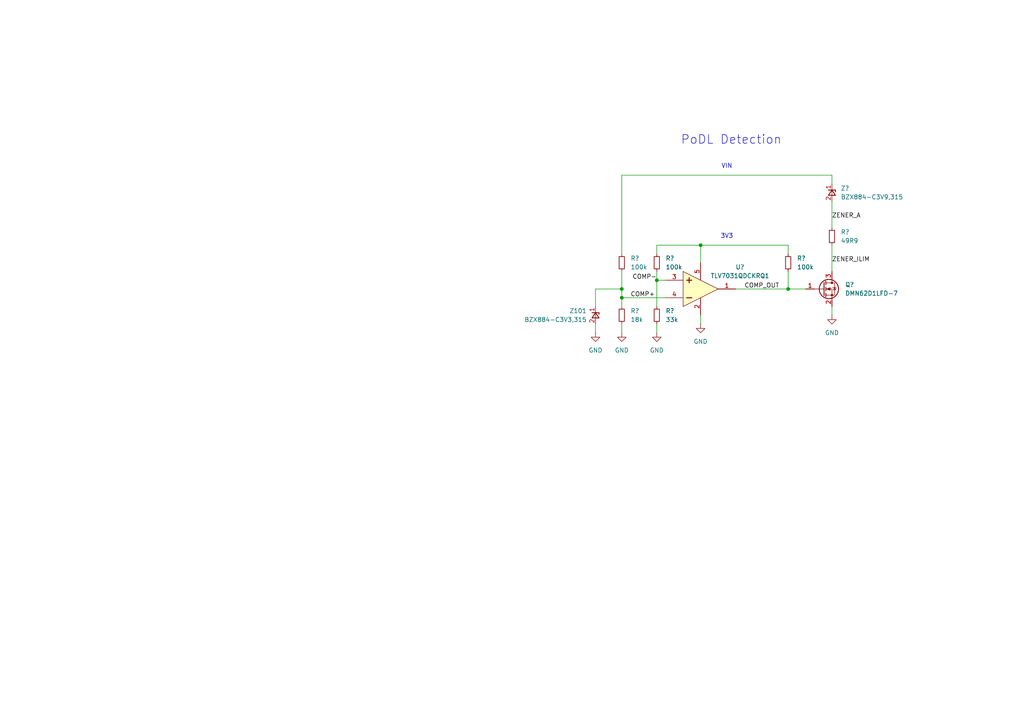
<source format=kicad_sch>
(kicad_sch
	(version 20250114)
	(generator "eeschema")
	(generator_version "9.0")
	(uuid "ee1297ef-5123-4373-9bbd-ffc0e0a23d74")
	(paper "A4")
	(lib_symbols
		(symbol "BZX884:BZX884-C3V3,315"
			(pin_names
				(hide yes)
			)
			(exclude_from_sim no)
			(in_bom yes)
			(on_board yes)
			(property "Reference" "Z"
				(at 0 6.35 0)
				(effects
					(font
						(size 1.27 1.27)
					)
				)
			)
			(property "Value" "BZX884-C3V3,315"
				(at 0 3.81 0)
				(effects
					(font
						(size 1.27 1.27)
					)
				)
			)
			(property "Footprint" "project_footprints:BZX884"
				(at 10.16 -93.65 0)
				(effects
					(font
						(size 1.27 1.27)
					)
					(justify left top)
					(hide yes)
				)
			)
			(property "Datasheet" "https://assets.nexperia.com/documents/data-sheet/BZX884_BC_SER.pdf"
				(at 10.16 -193.65 0)
				(effects
					(font
						(size 1.27 1.27)
					)
					(justify left top)
					(hide yes)
				)
			)
			(property "Description" "NEXPERIA - BZX884-C3V3,315 - Zener Single Diode, 3.3 V, 250 mW, DFN1006, 2 Pins, 150 C, Surface Mount"
				(at 0 -3.81 0)
				(effects
					(font
						(size 1.27 1.27)
					)
					(hide yes)
				)
			)
			(property "Height" "0.5"
				(at 10.16 -393.65 0)
				(effects
					(font
						(size 1.27 1.27)
					)
					(justify left top)
					(hide yes)
				)
			)
			(property "Mouser Part Number" "771-BZX884-C3V9315"
				(at 10.16 -493.65 0)
				(effects
					(font
						(size 1.27 1.27)
					)
					(justify left top)
					(hide yes)
				)
			)
			(property "Mouser Price/Stock" "https://www.mouser.co.uk/ProductDetail/Nexperia/BZX884-C3V9315?qs=me8TqzrmIYWAnhi4MFXkdw%3D%3D"
				(at 10.16 -593.65 0)
				(effects
					(font
						(size 1.27 1.27)
					)
					(justify left top)
					(hide yes)
				)
			)
			(property "Manufacturer_Name" "Nexperia"
				(at 10.16 -693.65 0)
				(effects
					(font
						(size 1.27 1.27)
					)
					(justify left top)
					(hide yes)
				)
			)
			(property "Manufacturer_Part_Number" "BZX884-C3V9,315"
				(at 10.16 -793.65 0)
				(effects
					(font
						(size 1.27 1.27)
					)
					(justify left top)
					(hide yes)
				)
			)
			(symbol "BZX884-C3V3,315_0_1"
				(polyline
					(pts
						(xy -0.254 1.016) (xy -0.762 1.016) (xy -0.762 -1.016)
					)
					(stroke
						(width 0.254)
						(type default)
					)
					(fill
						(type none)
					)
				)
				(polyline
					(pts
						(xy 0.762 1.016) (xy -0.762 0) (xy 0.762 -1.016) (xy 0.762 1.016)
					)
					(stroke
						(width 0.254)
						(type default)
					)
					(fill
						(type none)
					)
				)
				(polyline
					(pts
						(xy 0.762 0) (xy -0.762 0)
					)
					(stroke
						(width 0)
						(type default)
					)
					(fill
						(type none)
					)
				)
			)
			(symbol "BZX884-C3V3,315_1_1"
				(pin passive line
					(at -2.54 0 0)
					(length 1.778)
					(name "K"
						(effects
							(font
								(size 1.27 1.27)
							)
						)
					)
					(number "1"
						(effects
							(font
								(size 1.27 1.27)
							)
						)
					)
				)
				(pin passive line
					(at 2.54 0 180)
					(length 1.778)
					(name "A"
						(effects
							(font
								(size 1.27 1.27)
							)
						)
					)
					(number "2"
						(effects
							(font
								(size 1.27 1.27)
							)
						)
					)
				)
			)
			(embedded_fonts no)
		)
		(symbol "BZX884:BZX884-C3V9,315"
			(pin_names
				(hide yes)
			)
			(exclude_from_sim no)
			(in_bom yes)
			(on_board yes)
			(property "Reference" "Z"
				(at 0 6.35 0)
				(effects
					(font
						(size 1.27 1.27)
					)
				)
			)
			(property "Value" "BZX884-C3V9,315"
				(at 0 3.81 0)
				(effects
					(font
						(size 1.27 1.27)
					)
				)
			)
			(property "Footprint" "project_footprints:BZX884"
				(at 10.16 -93.65 0)
				(effects
					(font
						(size 1.27 1.27)
					)
					(justify left top)
					(hide yes)
				)
			)
			(property "Datasheet" "https://assets.nexperia.com/documents/data-sheet/BZX884_BC_SER.pdf"
				(at 10.16 -193.65 0)
				(effects
					(font
						(size 1.27 1.27)
					)
					(justify left top)
					(hide yes)
				)
			)
			(property "Description" "NEXPERIA - BZX884-C3V9,315 - Zener Single Diode, 3.9 V, 250 mW, DFN1006, 2 Pins, 150 C, Surface Mount"
				(at 0 -3.81 0)
				(effects
					(font
						(size 1.27 1.27)
					)
					(hide yes)
				)
			)
			(property "Height" "0.5"
				(at 10.16 -393.65 0)
				(effects
					(font
						(size 1.27 1.27)
					)
					(justify left top)
					(hide yes)
				)
			)
			(property "Mouser Part Number" "771-BZX884-C3V9315"
				(at 10.16 -493.65 0)
				(effects
					(font
						(size 1.27 1.27)
					)
					(justify left top)
					(hide yes)
				)
			)
			(property "Mouser Price/Stock" "https://www.mouser.co.uk/ProductDetail/Nexperia/BZX884-C3V9315?qs=me8TqzrmIYWAnhi4MFXkdw%3D%3D"
				(at 10.16 -593.65 0)
				(effects
					(font
						(size 1.27 1.27)
					)
					(justify left top)
					(hide yes)
				)
			)
			(property "Manufacturer_Name" "Nexperia"
				(at 10.16 -693.65 0)
				(effects
					(font
						(size 1.27 1.27)
					)
					(justify left top)
					(hide yes)
				)
			)
			(property "Manufacturer_Part_Number" "BZX884-C3V9,315"
				(at 10.16 -793.65 0)
				(effects
					(font
						(size 1.27 1.27)
					)
					(justify left top)
					(hide yes)
				)
			)
			(symbol "BZX884-C3V9,315_0_1"
				(polyline
					(pts
						(xy -0.254 1.016) (xy -0.762 1.016) (xy -0.762 -1.016)
					)
					(stroke
						(width 0.254)
						(type default)
					)
					(fill
						(type none)
					)
				)
				(polyline
					(pts
						(xy 0.762 1.016) (xy -0.762 0) (xy 0.762 -1.016) (xy 0.762 1.016)
					)
					(stroke
						(width 0.254)
						(type default)
					)
					(fill
						(type none)
					)
				)
				(polyline
					(pts
						(xy 0.762 0) (xy -0.762 0)
					)
					(stroke
						(width 0)
						(type default)
					)
					(fill
						(type none)
					)
				)
			)
			(symbol "BZX884-C3V9,315_1_1"
				(pin passive line
					(at -2.54 0 0)
					(length 1.778)
					(name "K"
						(effects
							(font
								(size 1.27 1.27)
							)
						)
					)
					(number "1"
						(effects
							(font
								(size 1.27 1.27)
							)
						)
					)
				)
				(pin passive line
					(at 2.54 0 180)
					(length 1.778)
					(name "A"
						(effects
							(font
								(size 1.27 1.27)
							)
						)
					)
					(number "2"
						(effects
							(font
								(size 1.27 1.27)
							)
						)
					)
				)
			)
			(embedded_fonts no)
		)
		(symbol "DMN62D1LFD:DMN62D1LFD-7"
			(pin_names
				(hide yes)
			)
			(exclude_from_sim no)
			(in_bom yes)
			(on_board yes)
			(property "Reference" "Q"
				(at 10.16 1.27 0)
				(effects
					(font
						(size 1.27 1.27)
					)
					(justify left)
				)
			)
			(property "Value" "DMN62D1LFD-7"
				(at 10.16 -1.27 0)
				(effects
					(font
						(size 1.27 1.27)
					)
					(justify left)
				)
			)
			(property "Footprint" "project_footprints:DMN62D1LFD"
				(at 19.05 -94.92 0)
				(effects
					(font
						(size 1.27 1.27)
					)
					(justify left top)
					(hide yes)
				)
			)
			(property "Datasheet" "https://www.diodes.com//assets/Datasheets/DMN62D1LFD.pdf"
				(at 19.05 -194.92 0)
				(effects
					(font
						(size 1.27 1.27)
					)
					(justify left top)
					(hide yes)
				)
			)
			(property "Description" "Diodes Inc DMN62D1LFD-7 N-channel MOSFET Transistor, 0.4 A, 60 V, 3-Pin X1-DFN"
				(at 0 -39.37 0)
				(effects
					(font
						(size 1.27 1.27)
					)
					(hide yes)
				)
			)
			(property "Height" "0.53"
				(at 19.05 -394.92 0)
				(effects
					(font
						(size 1.27 1.27)
					)
					(justify left top)
					(hide yes)
				)
			)
			(property "Mouser Part Number" "621-DMN62D1LFD-7"
				(at 19.05 -494.92 0)
				(effects
					(font
						(size 1.27 1.27)
					)
					(justify left top)
					(hide yes)
				)
			)
			(property "Mouser Price/Stock" "https://www.mouser.co.uk/ProductDetail/Diodes-Incorporated/DMN62D1LFD-7?qs=5V6w%252Be2aIqYIt8dduLZBOw%3D%3D"
				(at 19.05 -594.92 0)
				(effects
					(font
						(size 1.27 1.27)
					)
					(justify left top)
					(hide yes)
				)
			)
			(property "Manufacturer_Name" "Diodes Incorporated"
				(at 19.05 -694.92 0)
				(effects
					(font
						(size 1.27 1.27)
					)
					(justify left top)
					(hide yes)
				)
			)
			(property "Manufacturer_Part_Number" "DMN62D1LFD-7"
				(at 19.05 -794.92 0)
				(effects
					(font
						(size 1.27 1.27)
					)
					(justify left top)
					(hide yes)
				)
			)
			(symbol "DMN62D1LFD-7_0_1"
				(polyline
					(pts
						(xy 5.334 1.905) (xy 5.334 -1.905)
					)
					(stroke
						(width 0.254)
						(type default)
					)
					(fill
						(type none)
					)
				)
				(polyline
					(pts
						(xy 5.334 0) (xy 2.54 0)
					)
					(stroke
						(width 0)
						(type default)
					)
					(fill
						(type none)
					)
				)
				(polyline
					(pts
						(xy 5.842 2.286) (xy 5.842 1.27)
					)
					(stroke
						(width 0.254)
						(type default)
					)
					(fill
						(type none)
					)
				)
				(polyline
					(pts
						(xy 5.842 0.508) (xy 5.842 -0.508)
					)
					(stroke
						(width 0.254)
						(type default)
					)
					(fill
						(type none)
					)
				)
				(polyline
					(pts
						(xy 5.842 -1.27) (xy 5.842 -2.286)
					)
					(stroke
						(width 0.254)
						(type default)
					)
					(fill
						(type none)
					)
				)
				(polyline
					(pts
						(xy 5.842 -1.778) (xy 8.382 -1.778) (xy 8.382 1.778) (xy 5.842 1.778)
					)
					(stroke
						(width 0)
						(type default)
					)
					(fill
						(type none)
					)
				)
				(polyline
					(pts
						(xy 6.096 0) (xy 7.112 0.381) (xy 7.112 -0.381) (xy 6.096 0)
					)
					(stroke
						(width 0)
						(type default)
					)
					(fill
						(type outline)
					)
				)
				(circle
					(center 6.731 0)
					(radius 2.794)
					(stroke
						(width 0.254)
						(type default)
					)
					(fill
						(type none)
					)
				)
				(polyline
					(pts
						(xy 7.62 2.54) (xy 7.62 1.778)
					)
					(stroke
						(width 0)
						(type default)
					)
					(fill
						(type none)
					)
				)
				(circle
					(center 7.62 1.778)
					(radius 0.254)
					(stroke
						(width 0)
						(type default)
					)
					(fill
						(type outline)
					)
				)
				(circle
					(center 7.62 -1.778)
					(radius 0.254)
					(stroke
						(width 0)
						(type default)
					)
					(fill
						(type outline)
					)
				)
				(polyline
					(pts
						(xy 7.62 -2.54) (xy 7.62 0) (xy 5.842 0)
					)
					(stroke
						(width 0)
						(type default)
					)
					(fill
						(type none)
					)
				)
				(polyline
					(pts
						(xy 7.874 0.508) (xy 8.001 0.381) (xy 8.763 0.381) (xy 8.89 0.254)
					)
					(stroke
						(width 0)
						(type default)
					)
					(fill
						(type none)
					)
				)
				(polyline
					(pts
						(xy 8.382 0.381) (xy 8.001 -0.254) (xy 8.763 -0.254) (xy 8.382 0.381)
					)
					(stroke
						(width 0)
						(type default)
					)
					(fill
						(type none)
					)
				)
			)
			(symbol "DMN62D1LFD-7_1_1"
				(pin input line
					(at 0 0 0)
					(length 2.54)
					(name "G"
						(effects
							(font
								(size 1.27 1.27)
							)
						)
					)
					(number "1"
						(effects
							(font
								(size 1.27 1.27)
							)
						)
					)
				)
				(pin passive line
					(at 7.62 5.08 270)
					(length 2.54)
					(name "D"
						(effects
							(font
								(size 1.27 1.27)
							)
						)
					)
					(number "3"
						(effects
							(font
								(size 1.27 1.27)
							)
						)
					)
				)
				(pin passive line
					(at 7.62 5.08 270)
					(length 2.54)
					(hide yes)
					(name "D"
						(effects
							(font
								(size 1.27 1.27)
							)
						)
					)
					(number "4"
						(effects
							(font
								(size 1.27 1.27)
							)
						)
					)
				)
				(pin passive line
					(at 7.62 -5.08 90)
					(length 2.54)
					(name "S"
						(effects
							(font
								(size 1.27 1.27)
							)
						)
					)
					(number "2"
						(effects
							(font
								(size 1.27 1.27)
							)
						)
					)
				)
			)
			(embedded_fonts no)
		)
		(symbol "Device:R_Small"
			(pin_numbers
				(hide yes)
			)
			(pin_names
				(offset 0.254)
				(hide yes)
			)
			(exclude_from_sim no)
			(in_bom yes)
			(on_board yes)
			(property "Reference" "R"
				(at 0.762 0.508 0)
				(effects
					(font
						(size 1.27 1.27)
					)
					(justify left)
				)
			)
			(property "Value" "R_Small"
				(at 0.762 -1.016 0)
				(effects
					(font
						(size 1.27 1.27)
					)
					(justify left)
				)
			)
			(property "Footprint" ""
				(at 0 0 0)
				(effects
					(font
						(size 1.27 1.27)
					)
					(hide yes)
				)
			)
			(property "Datasheet" "~"
				(at 0 0 0)
				(effects
					(font
						(size 1.27 1.27)
					)
					(hide yes)
				)
			)
			(property "Description" "Resistor, small symbol"
				(at 0 0 0)
				(effects
					(font
						(size 1.27 1.27)
					)
					(hide yes)
				)
			)
			(property "ki_keywords" "R resistor"
				(at 0 0 0)
				(effects
					(font
						(size 1.27 1.27)
					)
					(hide yes)
				)
			)
			(property "ki_fp_filters" "R_*"
				(at 0 0 0)
				(effects
					(font
						(size 1.27 1.27)
					)
					(hide yes)
				)
			)
			(symbol "R_Small_0_1"
				(rectangle
					(start -0.762 1.778)
					(end 0.762 -1.778)
					(stroke
						(width 0.2032)
						(type default)
					)
					(fill
						(type none)
					)
				)
			)
			(symbol "R_Small_1_1"
				(pin passive line
					(at 0 2.54 270)
					(length 0.762)
					(name "~"
						(effects
							(font
								(size 1.27 1.27)
							)
						)
					)
					(number "1"
						(effects
							(font
								(size 1.27 1.27)
							)
						)
					)
				)
				(pin passive line
					(at 0 -2.54 90)
					(length 0.762)
					(name "~"
						(effects
							(font
								(size 1.27 1.27)
							)
						)
					)
					(number "2"
						(effects
							(font
								(size 1.27 1.27)
							)
						)
					)
				)
			)
			(embedded_fonts no)
		)
		(symbol "TLV70xx:TLV7031QDCKRQ1"
			(pin_names
				(hide yes)
			)
			(exclude_from_sim no)
			(in_bom yes)
			(on_board yes)
			(property "Reference" "U"
				(at 11.43 7.62 0)
				(effects
					(font
						(size 1.27 1.27)
					)
				)
			)
			(property "Value" "TLV7031QDCKRQ1"
				(at 11.43 5.08 0)
				(effects
					(font
						(size 1.27 1.27)
					)
				)
			)
			(property "Footprint" "project_footprints:SOT65P210X110-5N"
				(at 21.59 -94.92 0)
				(effects
					(font
						(size 1.27 1.27)
					)
					(justify left top)
					(hide yes)
				)
			)
			(property "Datasheet" "https://www.ti.com/lit/ds/symlink/tlv7031-q1.pdf"
				(at 21.59 -194.92 0)
				(effects
					(font
						(size 1.27 1.27)
					)
					(justify left top)
					(hide yes)
				)
			)
			(property "Description" "Analog Comparators Automotive nano power comparator with push-pull output"
				(at 0 -20.32 0)
				(effects
					(font
						(size 1.27 1.27)
					)
					(hide yes)
				)
			)
			(property "Height" "1.1"
				(at 21.59 -394.92 0)
				(effects
					(font
						(size 1.27 1.27)
					)
					(justify left top)
					(hide yes)
				)
			)
			(property "Mouser Part Number" "595-TLV7031QDCKRQ1"
				(at 21.59 -494.92 0)
				(effects
					(font
						(size 1.27 1.27)
					)
					(justify left top)
					(hide yes)
				)
			)
			(property "Mouser Price/Stock" "https://www.mouser.co.uk/ProductDetail/Texas-Instruments/TLV7031QDCKRQ1?qs=81r%252BiQLm7BQVaEt7meYoNg%3D%3D"
				(at 21.59 -594.92 0)
				(effects
					(font
						(size 1.27 1.27)
					)
					(justify left top)
					(hide yes)
				)
			)
			(property "Manufacturer_Name" "Texas Instruments"
				(at 21.59 -694.92 0)
				(effects
					(font
						(size 1.27 1.27)
					)
					(justify left top)
					(hide yes)
				)
			)
			(property "Manufacturer_Part_Number" "TLV7031QDCKRQ1"
				(at 21.59 -794.92 0)
				(effects
					(font
						(size 1.27 1.27)
					)
					(justify left top)
					(hide yes)
				)
			)
			(symbol "TLV7031QDCKRQ1_0_1"
				(polyline
					(pts
						(xy -4.064 2.54) (xy -2.54 2.54)
					)
					(stroke
						(width 0.2032)
						(type default)
					)
					(fill
						(type none)
					)
				)
				(polyline
					(pts
						(xy -4.064 2.54) (xy -2.54 2.54)
					)
					(stroke
						(width 0.2032)
						(type default)
					)
					(fill
						(type none)
					)
				)
				(polyline
					(pts
						(xy -4.064 2.54) (xy -2.54 2.54)
					)
					(stroke
						(width 0.2032)
						(type default)
					)
					(fill
						(type none)
					)
				)
				(polyline
					(pts
						(xy -4.064 -2.54) (xy -2.54 -2.54)
					)
					(stroke
						(width 0.2032)
						(type default)
					)
					(fill
						(type none)
					)
				)
				(polyline
					(pts
						(xy -4.064 -2.54) (xy -2.54 -2.54)
					)
					(stroke
						(width 0.2032)
						(type default)
					)
					(fill
						(type none)
					)
				)
				(polyline
					(pts
						(xy -4.064 -2.54) (xy -2.54 -2.54)
					)
					(stroke
						(width 0.2032)
						(type default)
					)
					(fill
						(type none)
					)
				)
				(polyline
					(pts
						(xy -3.302 3.302) (xy -3.302 1.778)
					)
					(stroke
						(width 0.2032)
						(type default)
					)
					(fill
						(type none)
					)
				)
				(polyline
					(pts
						(xy -3.302 3.302) (xy -3.302 1.778)
					)
					(stroke
						(width 0.2032)
						(type default)
					)
					(fill
						(type none)
					)
				)
				(polyline
					(pts
						(xy -3.302 3.302) (xy -3.302 1.778)
					)
					(stroke
						(width 0.2032)
						(type default)
					)
					(fill
						(type none)
					)
				)
				(pin input line
					(at -10.16 -2.54 0)
					(length 5.08)
					(name "IN-"
						(effects
							(font
								(size 1.27 1.27)
							)
						)
					)
					(number "4"
						(effects
							(font
								(size 1.27 1.27)
							)
						)
					)
				)
				(pin output line
					(at 10.16 0 180)
					(length 5.08)
					(name "OUT"
						(effects
							(font
								(size 1.27 1.27)
							)
						)
					)
					(number "1"
						(effects
							(font
								(size 1.27 1.27)
							)
						)
					)
				)
			)
			(symbol "TLV7031QDCKRQ1_1_1"
				(polyline
					(pts
						(xy -5.08 5.08) (xy -5.08 -5.08) (xy 5.08 0) (xy -5.08 5.08)
					)
					(stroke
						(width 0)
						(type solid)
					)
					(fill
						(type background)
					)
				)
				(pin input line
					(at -10.16 2.54 0)
					(length 5.08)
					(name "IN+"
						(effects
							(font
								(size 1.27 1.27)
							)
						)
					)
					(number "3"
						(effects
							(font
								(size 1.27 1.27)
							)
						)
					)
				)
				(pin power_in line
					(at 0 7.62 270)
					(length 5.08)
					(name "VCC"
						(effects
							(font
								(size 1.27 1.27)
							)
						)
					)
					(number "5"
						(effects
							(font
								(size 1.27 1.27)
							)
						)
					)
				)
				(pin power_in line
					(at 0 -7.62 90)
					(length 5.08)
					(name "VEE"
						(effects
							(font
								(size 1.27 1.27)
							)
						)
					)
					(number "2"
						(effects
							(font
								(size 1.27 1.27)
							)
						)
					)
				)
			)
			(embedded_fonts no)
		)
		(symbol "power:GND"
			(power)
			(pin_numbers
				(hide yes)
			)
			(pin_names
				(offset 0)
				(hide yes)
			)
			(exclude_from_sim no)
			(in_bom yes)
			(on_board yes)
			(property "Reference" "#PWR"
				(at 0 -6.35 0)
				(effects
					(font
						(size 1.27 1.27)
					)
					(hide yes)
				)
			)
			(property "Value" "GND"
				(at 0 -3.81 0)
				(effects
					(font
						(size 1.27 1.27)
					)
				)
			)
			(property "Footprint" ""
				(at 0 0 0)
				(effects
					(font
						(size 1.27 1.27)
					)
					(hide yes)
				)
			)
			(property "Datasheet" ""
				(at 0 0 0)
				(effects
					(font
						(size 1.27 1.27)
					)
					(hide yes)
				)
			)
			(property "Description" "Power symbol creates a global label with name \"GND\" , ground"
				(at 0 0 0)
				(effects
					(font
						(size 1.27 1.27)
					)
					(hide yes)
				)
			)
			(property "ki_keywords" "global power"
				(at 0 0 0)
				(effects
					(font
						(size 1.27 1.27)
					)
					(hide yes)
				)
			)
			(symbol "GND_0_1"
				(polyline
					(pts
						(xy 0 0) (xy 0 -1.27) (xy 1.27 -1.27) (xy 0 -2.54) (xy -1.27 -1.27) (xy 0 -1.27)
					)
					(stroke
						(width 0)
						(type default)
					)
					(fill
						(type none)
					)
				)
			)
			(symbol "GND_1_1"
				(pin power_in line
					(at 0 0 270)
					(length 0)
					(name "~"
						(effects
							(font
								(size 1.27 1.27)
							)
						)
					)
					(number "1"
						(effects
							(font
								(size 1.27 1.27)
							)
						)
					)
				)
			)
			(embedded_fonts no)
		)
	)
	(text "3V3"
		(exclude_from_sim no)
		(at 210.82 68.58 0)
		(effects
			(font
				(size 1.27 1.27)
			)
		)
		(uuid "07b8635d-9670-4995-8ef4-a3bb926ad507")
	)
	(text "VIN"
		(exclude_from_sim no)
		(at 210.82 48.26 0)
		(effects
			(font
				(size 1.27 1.27)
			)
		)
		(uuid "1e3efc5c-822b-4db7-8ada-60402f13fc1b")
	)
	(text "PoDL Detection"
		(exclude_from_sim no)
		(at 212.09 40.64 0)
		(effects
			(font
				(size 2.54 2.54)
			)
		)
		(uuid "baff2030-2c10-4d6f-be50-88c5eb921922")
	)
	(junction
		(at 203.2 71.12)
		(diameter 0)
		(color 0 0 0 0)
		(uuid "1866e014-2caa-41f3-a9f1-f154fd3288f7")
	)
	(junction
		(at 180.34 86.36)
		(diameter 0)
		(color 0 0 0 0)
		(uuid "33bb60d7-6ad1-4e5c-982d-266b674baa36")
	)
	(junction
		(at 228.6 83.82)
		(diameter 0)
		(color 0 0 0 0)
		(uuid "40c5ac36-0353-4046-b404-5346780a1ac3")
	)
	(junction
		(at 180.34 83.82)
		(diameter 0)
		(color 0 0 0 0)
		(uuid "a674c527-e303-4964-87fe-64194b51c058")
	)
	(junction
		(at 190.5 81.28)
		(diameter 0)
		(color 0 0 0 0)
		(uuid "ff1be160-201f-40e0-ae4a-ed03c9eee489")
	)
	(wire
		(pts
			(xy 203.2 71.12) (xy 228.6 71.12)
		)
		(stroke
			(width 0)
			(type default)
		)
		(uuid "11e2b587-dcf1-49f5-b7d5-50d2751e5205")
	)
	(wire
		(pts
			(xy 241.3 71.12) (xy 241.3 78.74)
		)
		(stroke
			(width 0)
			(type default)
		)
		(uuid "13f72201-3058-413a-9d51-fd63975af78a")
	)
	(wire
		(pts
			(xy 190.5 78.74) (xy 190.5 81.28)
		)
		(stroke
			(width 0)
			(type default)
		)
		(uuid "309205fe-3273-45fe-8ae7-ac0734f7fac2")
	)
	(wire
		(pts
			(xy 228.6 83.82) (xy 233.68 83.82)
		)
		(stroke
			(width 0)
			(type default)
		)
		(uuid "3593646c-7e1e-4211-b175-82bb0e87c8df")
	)
	(wire
		(pts
			(xy 190.5 81.28) (xy 190.5 88.9)
		)
		(stroke
			(width 0)
			(type default)
		)
		(uuid "3654d547-aa99-4620-9af5-b9ea0f2d8fba")
	)
	(wire
		(pts
			(xy 213.36 83.82) (xy 228.6 83.82)
		)
		(stroke
			(width 0)
			(type default)
		)
		(uuid "3c5226c5-167e-4c26-a09c-89dd33fbc7c4")
	)
	(wire
		(pts
			(xy 203.2 91.44) (xy 203.2 93.98)
		)
		(stroke
			(width 0)
			(type default)
		)
		(uuid "4da4da57-2ce9-4c2c-9850-947cd4e5bddb")
	)
	(wire
		(pts
			(xy 180.34 86.36) (xy 180.34 88.9)
		)
		(stroke
			(width 0)
			(type default)
		)
		(uuid "541d1977-baa0-4a38-8cef-d9e80c8fa685")
	)
	(wire
		(pts
			(xy 190.5 71.12) (xy 203.2 71.12)
		)
		(stroke
			(width 0)
			(type default)
		)
		(uuid "61302aa9-318f-46cf-9484-c110066e11b9")
	)
	(wire
		(pts
			(xy 190.5 81.28) (xy 193.04 81.28)
		)
		(stroke
			(width 0)
			(type default)
		)
		(uuid "7905f6d3-2051-4a75-857c-a8f029b83865")
	)
	(wire
		(pts
			(xy 172.72 88.9) (xy 172.72 83.82)
		)
		(stroke
			(width 0)
			(type default)
		)
		(uuid "83e58f4c-3e49-44b2-95b3-bc05ebc70507")
	)
	(wire
		(pts
			(xy 190.5 93.98) (xy 190.5 96.52)
		)
		(stroke
			(width 0)
			(type default)
		)
		(uuid "8beee5b4-1a75-4795-bb1d-3aab13de5efe")
	)
	(wire
		(pts
			(xy 180.34 50.8) (xy 241.3 50.8)
		)
		(stroke
			(width 0)
			(type default)
		)
		(uuid "92c24ba1-184e-4db8-9b5e-4d3f2724567e")
	)
	(wire
		(pts
			(xy 190.5 71.12) (xy 190.5 73.66)
		)
		(stroke
			(width 0)
			(type default)
		)
		(uuid "932998aa-3faa-488d-a304-78c87c8874d0")
	)
	(wire
		(pts
			(xy 241.3 50.8) (xy 241.3 53.34)
		)
		(stroke
			(width 0)
			(type default)
		)
		(uuid "968653db-942f-4cf1-8437-657d3af4e576")
	)
	(wire
		(pts
			(xy 180.34 86.36) (xy 193.04 86.36)
		)
		(stroke
			(width 0)
			(type default)
		)
		(uuid "9a714a9b-68ef-424b-b972-c7c73014a256")
	)
	(wire
		(pts
			(xy 241.3 88.9) (xy 241.3 91.44)
		)
		(stroke
			(width 0)
			(type default)
		)
		(uuid "9b5f5c11-a76f-4579-98b1-96cbaf60986e")
	)
	(wire
		(pts
			(xy 228.6 73.66) (xy 228.6 71.12)
		)
		(stroke
			(width 0)
			(type default)
		)
		(uuid "9f6b54a2-fff6-4005-886d-f9c8fed509b1")
	)
	(wire
		(pts
			(xy 180.34 83.82) (xy 180.34 86.36)
		)
		(stroke
			(width 0)
			(type default)
		)
		(uuid "a03ae9b5-a72c-4b33-9476-926dbd14efea")
	)
	(wire
		(pts
			(xy 180.34 50.8) (xy 180.34 73.66)
		)
		(stroke
			(width 0)
			(type default)
		)
		(uuid "a25fb92e-b2fb-4465-8510-540ec88fb706")
	)
	(wire
		(pts
			(xy 241.3 58.42) (xy 241.3 66.04)
		)
		(stroke
			(width 0)
			(type default)
		)
		(uuid "a9c356fa-c6db-4a55-885c-1fc24df25758")
	)
	(wire
		(pts
			(xy 180.34 78.74) (xy 180.34 83.82)
		)
		(stroke
			(width 0)
			(type default)
		)
		(uuid "aa4c2c5c-0a34-4604-ba49-cead65a41cbc")
	)
	(wire
		(pts
			(xy 172.72 83.82) (xy 180.34 83.82)
		)
		(stroke
			(width 0)
			(type default)
		)
		(uuid "b800f141-efad-4f4d-9760-b4efe5aea26a")
	)
	(wire
		(pts
			(xy 228.6 78.74) (xy 228.6 83.82)
		)
		(stroke
			(width 0)
			(type default)
		)
		(uuid "c32ecf08-c401-4946-b64f-0f701b334f02")
	)
	(wire
		(pts
			(xy 203.2 76.2) (xy 203.2 71.12)
		)
		(stroke
			(width 0)
			(type default)
		)
		(uuid "e71b32d9-b39a-495d-b4e6-c5567ff9589f")
	)
	(wire
		(pts
			(xy 172.72 93.98) (xy 172.72 96.52)
		)
		(stroke
			(width 0)
			(type default)
		)
		(uuid "f81ff9d1-c82b-48bd-8404-ff756d899a63")
	)
	(wire
		(pts
			(xy 180.34 93.98) (xy 180.34 96.52)
		)
		(stroke
			(width 0)
			(type default)
		)
		(uuid "fc51f733-dce6-408f-9822-2f2b7ce943aa")
	)
	(label "COMP+"
		(at 182.88 86.36 0)
		(effects
			(font
				(size 1.27 1.27)
			)
			(justify left bottom)
		)
		(uuid "02f22d27-47bd-497e-978d-52eda93a9a5b")
	)
	(label "ZENER_A"
		(at 241.3 63.5 0)
		(effects
			(font
				(size 1.27 1.27)
			)
			(justify left bottom)
		)
		(uuid "467aa484-18b0-4370-bbcd-1bb7b686f16c")
	)
	(label "COMP_OUT"
		(at 215.9 83.82 0)
		(effects
			(font
				(size 1.27 1.27)
			)
			(justify left bottom)
		)
		(uuid "63332955-7378-4505-9440-925c71565d13")
	)
	(label "ZENER_ILIM"
		(at 241.3 76.2 0)
		(effects
			(font
				(size 1.27 1.27)
			)
			(justify left bottom)
		)
		(uuid "bb027cb9-e5d9-4096-8c9b-f2395a327eac")
	)
	(label "COMP-"
		(at 190.5 81.28 180)
		(effects
			(font
				(size 1.27 1.27)
			)
			(justify right bottom)
		)
		(uuid "e5365082-0bfd-4e32-95f9-6e08a8fe162d")
	)
	(symbol
		(lib_id "Device:R_Small")
		(at 190.5 76.2 0)
		(unit 1)
		(exclude_from_sim no)
		(in_bom yes)
		(on_board yes)
		(dnp no)
		(fields_autoplaced yes)
		(uuid "00dcd1a1-a3ad-4f2d-871e-12679fea3a1e")
		(property "Reference" "R?"
			(at 193.04 74.9299 0)
			(effects
				(font
					(size 1.27 1.27)
				)
				(justify left)
			)
		)
		(property "Value" "100k"
			(at 193.04 77.4699 0)
			(effects
				(font
					(size 1.27 1.27)
				)
				(justify left)
			)
		)
		(property "Footprint" "Resistor_SMD:R_0402_1005Metric"
			(at 190.5 76.2 0)
			(effects
				(font
					(size 1.27 1.27)
				)
				(hide yes)
			)
		)
		(property "Datasheet" "~"
			(at 190.5 76.2 0)
			(effects
				(font
					(size 1.27 1.27)
				)
				(hide yes)
			)
		)
		(property "Description" "Resistor, small symbol"
			(at 190.5 76.2 0)
			(effects
				(font
					(size 1.27 1.27)
				)
				(hide yes)
			)
		)
		(pin "2"
			(uuid "4d820803-407a-4f94-947b-cd0434b6869d")
		)
		(pin "1"
			(uuid "5fb23c3e-0e3f-4c5a-b11a-1f53505f6f49")
		)
		(instances
			(project ""
				(path "/e80ee503-1693-4b2e-938d-c8fe929984fe/fb2bc837-7a5e-4395-9389-7c0840c8a16a"
					(reference "R301")
					(unit 1)
				)
			)
			(project "PoDL PD Detection"
				(path "/ee1297ef-5123-4373-9bbd-ffc0e0a23d74"
					(reference "R?")
					(unit 1)
				)
			)
		)
	)
	(symbol
		(lib_id "DMN62D1LFD:DMN62D1LFD-7")
		(at 233.68 83.82 0)
		(unit 1)
		(exclude_from_sim no)
		(in_bom yes)
		(on_board yes)
		(dnp no)
		(fields_autoplaced yes)
		(uuid "06894c23-e682-4ff1-88c0-5136bbbff964")
		(property "Reference" "Q?"
			(at 245.11 82.5499 0)
			(effects
				(font
					(size 1.27 1.27)
				)
				(justify left)
			)
		)
		(property "Value" "DMN62D1LFD-7"
			(at 245.11 85.0899 0)
			(effects
				(font
					(size 1.27 1.27)
				)
				(justify left)
			)
		)
		(property "Footprint" "project_footprints:DMN62D1LFD"
			(at 252.73 178.74 0)
			(effects
				(font
					(size 1.27 1.27)
				)
				(justify left top)
				(hide yes)
			)
		)
		(property "Datasheet" "https://www.diodes.com//assets/Datasheets/DMN62D1LFD.pdf"
			(at 252.73 278.74 0)
			(effects
				(font
					(size 1.27 1.27)
				)
				(justify left top)
				(hide yes)
			)
		)
		(property "Description" "Diodes Inc DMN62D1LFD-7 N-channel MOSFET Transistor, 0.4 A, 60 V, 3-Pin X1-DFN"
			(at 233.68 123.19 0)
			(effects
				(font
					(size 1.27 1.27)
				)
				(hide yes)
			)
		)
		(property "Height" "0.53"
			(at 252.73 478.74 0)
			(effects
				(font
					(size 1.27 1.27)
				)
				(justify left top)
				(hide yes)
			)
		)
		(property "Mouser Part Number" "621-DMN62D1LFD-7"
			(at 252.73 578.74 0)
			(effects
				(font
					(size 1.27 1.27)
				)
				(justify left top)
				(hide yes)
			)
		)
		(property "Mouser Price/Stock" "https://www.mouser.co.uk/ProductDetail/Diodes-Incorporated/DMN62D1LFD-7?qs=5V6w%252Be2aIqYIt8dduLZBOw%3D%3D"
			(at 252.73 678.74 0)
			(effects
				(font
					(size 1.27 1.27)
				)
				(justify left top)
				(hide yes)
			)
		)
		(property "Manufacturer_Name" "Diodes Incorporated"
			(at 252.73 778.74 0)
			(effects
				(font
					(size 1.27 1.27)
				)
				(justify left top)
				(hide yes)
			)
		)
		(property "Manufacturer_Part_Number" "DMN62D1LFD-7"
			(at 252.73 878.74 0)
			(effects
				(font
					(size 1.27 1.27)
				)
				(justify left top)
				(hide yes)
			)
		)
		(pin "3"
			(uuid "42736b30-1cca-410c-8c21-e6303d571911")
		)
		(pin "2"
			(uuid "445c8b6f-2363-48c2-8826-a7ece9cabcec")
		)
		(pin "1"
			(uuid "9086f1dd-0f81-4877-b320-65ffb9198a4a")
		)
		(pin "4"
			(uuid "48a088ba-8fb0-4e03-986e-fd8029e4c611")
		)
		(instances
			(project ""
				(path "/e80ee503-1693-4b2e-938d-c8fe929984fe/fb2bc837-7a5e-4395-9389-7c0840c8a16a"
					(reference "Q301")
					(unit 1)
				)
			)
			(project "PoDL PD Detection"
				(path "/ee1297ef-5123-4373-9bbd-ffc0e0a23d74"
					(reference "Q?")
					(unit 1)
				)
			)
		)
	)
	(symbol
		(lib_id "power:GND")
		(at 190.5 96.52 0)
		(unit 1)
		(exclude_from_sim no)
		(in_bom yes)
		(on_board yes)
		(dnp no)
		(fields_autoplaced yes)
		(uuid "32652b6b-a7da-4773-8f01-3d36c3a914f7")
		(property "Reference" "#PWR?"
			(at 190.5 102.87 0)
			(effects
				(font
					(size 1.27 1.27)
				)
				(hide yes)
			)
		)
		(property "Value" "GND"
			(at 190.5 101.6 0)
			(effects
				(font
					(size 1.27 1.27)
				)
			)
		)
		(property "Footprint" ""
			(at 190.5 96.52 0)
			(effects
				(font
					(size 1.27 1.27)
				)
				(hide yes)
			)
		)
		(property "Datasheet" ""
			(at 190.5 96.52 0)
			(effects
				(font
					(size 1.27 1.27)
				)
				(hide yes)
			)
		)
		(property "Description" "Power symbol creates a global label with name \"GND\" , ground"
			(at 190.5 96.52 0)
			(effects
				(font
					(size 1.27 1.27)
				)
				(hide yes)
			)
		)
		(pin "1"
			(uuid "283cddc3-fc67-46f5-a3ff-9d200a1bcb3e")
		)
		(instances
			(project "phy_module_10_base_t1s_v1"
				(path "/e80ee503-1693-4b2e-938d-c8fe929984fe/fb2bc837-7a5e-4395-9389-7c0840c8a16a"
					(reference "#PWR0309")
					(unit 1)
				)
			)
			(project "PoDL PD Detection"
				(path "/ee1297ef-5123-4373-9bbd-ffc0e0a23d74"
					(reference "#PWR?")
					(unit 1)
				)
			)
		)
	)
	(symbol
		(lib_id "power:GND")
		(at 203.2 93.98 0)
		(unit 1)
		(exclude_from_sim no)
		(in_bom yes)
		(on_board yes)
		(dnp no)
		(fields_autoplaced yes)
		(uuid "3393cbb7-8b6a-4b0e-b4de-166241c8dca7")
		(property "Reference" "#PWR?"
			(at 203.2 100.33 0)
			(effects
				(font
					(size 1.27 1.27)
				)
				(hide yes)
			)
		)
		(property "Value" "GND"
			(at 203.2 99.06 0)
			(effects
				(font
					(size 1.27 1.27)
				)
			)
		)
		(property "Footprint" ""
			(at 203.2 93.98 0)
			(effects
				(font
					(size 1.27 1.27)
				)
				(hide yes)
			)
		)
		(property "Datasheet" ""
			(at 203.2 93.98 0)
			(effects
				(font
					(size 1.27 1.27)
				)
				(hide yes)
			)
		)
		(property "Description" "Power symbol creates a global label with name \"GND\" , ground"
			(at 203.2 93.98 0)
			(effects
				(font
					(size 1.27 1.27)
				)
				(hide yes)
			)
		)
		(pin "1"
			(uuid "3b5aeedf-3880-473d-bd88-f3651c7358d9")
		)
		(instances
			(project "phy_module_10_base_t1s_v1"
				(path "/e80ee503-1693-4b2e-938d-c8fe929984fe/fb2bc837-7a5e-4395-9389-7c0840c8a16a"
					(reference "#PWR0310")
					(unit 1)
				)
			)
			(project "PoDL PD Detection"
				(path "/ee1297ef-5123-4373-9bbd-ffc0e0a23d74"
					(reference "#PWR?")
					(unit 1)
				)
			)
		)
	)
	(symbol
		(lib_id "BZX884:BZX884-C3V3,315")
		(at 172.72 91.44 270)
		(unit 1)
		(exclude_from_sim no)
		(in_bom yes)
		(on_board yes)
		(dnp no)
		(uuid "359ed236-597c-45b1-a94b-62924b25b426")
		(property "Reference" "Z101"
			(at 170.18 90.1699 90)
			(effects
				(font
					(size 1.27 1.27)
				)
				(justify right)
			)
		)
		(property "Value" "BZX884-C3V3,315"
			(at 170.18 92.7099 90)
			(effects
				(font
					(size 1.27 1.27)
				)
				(justify right)
			)
		)
		(property "Footprint" "project_footprints:BZX884"
			(at 79.07 101.6 0)
			(effects
				(font
					(size 1.27 1.27)
				)
				(justify left top)
				(hide yes)
			)
		)
		(property "Datasheet" "https://assets.nexperia.com/documents/data-sheet/BZX884_BC_SER.pdf"
			(at -20.93 101.6 0)
			(effects
				(font
					(size 1.27 1.27)
				)
				(justify left top)
				(hide yes)
			)
		)
		(property "Description" "NEXPERIA - BZX884-C3V3,315 - Zener Single Diode, 3.3 V, 250 mW, DFN1006, 2 Pins, 150 C, Surface Mount"
			(at 168.91 91.44 0)
			(effects
				(font
					(size 1.27 1.27)
				)
				(hide yes)
			)
		)
		(property "Height" "0.5"
			(at -220.93 101.6 0)
			(effects
				(font
					(size 1.27 1.27)
				)
				(justify left top)
				(hide yes)
			)
		)
		(property "Mouser Part Number" "771-BZX884-C3V9315"
			(at -320.93 101.6 0)
			(effects
				(font
					(size 1.27 1.27)
				)
				(justify left top)
				(hide yes)
			)
		)
		(property "Mouser Price/Stock" "https://www.mouser.co.uk/ProductDetail/Nexperia/BZX884-C3V9315?qs=me8TqzrmIYWAnhi4MFXkdw%3D%3D"
			(at -420.93 101.6 0)
			(effects
				(font
					(size 1.27 1.27)
				)
				(justify left top)
				(hide yes)
			)
		)
		(property "Manufacturer_Name" "Nexperia"
			(at -520.93 101.6 0)
			(effects
				(font
					(size 1.27 1.27)
				)
				(justify left top)
				(hide yes)
			)
		)
		(property "Manufacturer_Part_Number" "BZX884-C3V9,315"
			(at -620.93 101.6 0)
			(effects
				(font
					(size 1.27 1.27)
				)
				(justify left top)
				(hide yes)
			)
		)
		(pin "1"
			(uuid "4c090e78-8475-453c-8051-78593d39bad7")
		)
		(pin "2"
			(uuid "faca667d-6bf7-443c-949b-efe31893dfcd")
		)
		(instances
			(project "PoDL PD Detection"
				(path "/ee1297ef-5123-4373-9bbd-ffc0e0a23d74"
					(reference "Z101")
					(unit 1)
				)
			)
		)
	)
	(symbol
		(lib_id "power:GND")
		(at 241.3 91.44 0)
		(unit 1)
		(exclude_from_sim no)
		(in_bom yes)
		(on_board yes)
		(dnp no)
		(fields_autoplaced yes)
		(uuid "6397738a-fdf5-471e-b6be-a0f7789e0371")
		(property "Reference" "#PWR?"
			(at 241.3 97.79 0)
			(effects
				(font
					(size 1.27 1.27)
				)
				(hide yes)
			)
		)
		(property "Value" "GND"
			(at 241.3 96.52 0)
			(effects
				(font
					(size 1.27 1.27)
				)
			)
		)
		(property "Footprint" ""
			(at 241.3 91.44 0)
			(effects
				(font
					(size 1.27 1.27)
				)
				(hide yes)
			)
		)
		(property "Datasheet" ""
			(at 241.3 91.44 0)
			(effects
				(font
					(size 1.27 1.27)
				)
				(hide yes)
			)
		)
		(property "Description" "Power symbol creates a global label with name \"GND\" , ground"
			(at 241.3 91.44 0)
			(effects
				(font
					(size 1.27 1.27)
				)
				(hide yes)
			)
		)
		(pin "1"
			(uuid "341c2870-43ae-4864-ac8f-2b7cb5b9909d")
		)
		(instances
			(project "phy_module_10_base_t1s_v1"
				(path "/e80ee503-1693-4b2e-938d-c8fe929984fe/fb2bc837-7a5e-4395-9389-7c0840c8a16a"
					(reference "#PWR0311")
					(unit 1)
				)
			)
			(project "PoDL PD Detection"
				(path "/ee1297ef-5123-4373-9bbd-ffc0e0a23d74"
					(reference "#PWR?")
					(unit 1)
				)
			)
		)
	)
	(symbol
		(lib_id "Device:R_Small")
		(at 190.5 91.44 0)
		(unit 1)
		(exclude_from_sim no)
		(in_bom yes)
		(on_board yes)
		(dnp no)
		(fields_autoplaced yes)
		(uuid "6d323284-543e-440e-b850-1df527a3581f")
		(property "Reference" "R?"
			(at 193.04 90.1699 0)
			(effects
				(font
					(size 1.27 1.27)
				)
				(justify left)
			)
		)
		(property "Value" "33k"
			(at 193.04 92.7099 0)
			(effects
				(font
					(size 1.27 1.27)
				)
				(justify left)
			)
		)
		(property "Footprint" "Resistor_SMD:R_0402_1005Metric"
			(at 190.5 91.44 0)
			(effects
				(font
					(size 1.27 1.27)
				)
				(hide yes)
			)
		)
		(property "Datasheet" "~"
			(at 190.5 91.44 0)
			(effects
				(font
					(size 1.27 1.27)
				)
				(hide yes)
			)
		)
		(property "Description" "Resistor, small symbol"
			(at 190.5 91.44 0)
			(effects
				(font
					(size 1.27 1.27)
				)
				(hide yes)
			)
		)
		(pin "2"
			(uuid "75c77484-6764-4e90-8e6e-10b2d386a5d6")
		)
		(pin "1"
			(uuid "d2fb10a5-5488-4f85-a8e9-9b11061c8e73")
		)
		(instances
			(project "phy_module_10_base_t1s_v1"
				(path "/e80ee503-1693-4b2e-938d-c8fe929984fe/fb2bc837-7a5e-4395-9389-7c0840c8a16a"
					(reference "R302")
					(unit 1)
				)
			)
			(project "PoDL PD Detection"
				(path "/ee1297ef-5123-4373-9bbd-ffc0e0a23d74"
					(reference "R?")
					(unit 1)
				)
			)
		)
	)
	(symbol
		(lib_id "TLV70xx:TLV7031QDCKRQ1")
		(at 203.2 83.82 0)
		(unit 1)
		(exclude_from_sim no)
		(in_bom yes)
		(on_board yes)
		(dnp no)
		(uuid "731c23c1-840e-4efa-913b-0cc639424365")
		(property "Reference" "U?"
			(at 214.63 77.47 0)
			(effects
				(font
					(size 1.27 1.27)
				)
			)
		)
		(property "Value" "TLV7031QDCKRQ1"
			(at 214.63 80.01 0)
			(effects
				(font
					(size 1.27 1.27)
				)
			)
		)
		(property "Footprint" "project_footprints:SOT65P210X110-5N"
			(at 224.79 178.74 0)
			(effects
				(font
					(size 1.27 1.27)
				)
				(justify left top)
				(hide yes)
			)
		)
		(property "Datasheet" "https://www.ti.com/lit/ds/symlink/tlv7031-q1.pdf"
			(at 224.79 278.74 0)
			(effects
				(font
					(size 1.27 1.27)
				)
				(justify left top)
				(hide yes)
			)
		)
		(property "Description" "Analog Comparators Automotive nano power comparator with push-pull output"
			(at 203.2 104.14 0)
			(effects
				(font
					(size 1.27 1.27)
				)
				(hide yes)
			)
		)
		(property "Height" "1.1"
			(at 224.79 478.74 0)
			(effects
				(font
					(size 1.27 1.27)
				)
				(justify left top)
				(hide yes)
			)
		)
		(property "Mouser Part Number" "595-TLV7031QDCKRQ1"
			(at 224.79 578.74 0)
			(effects
				(font
					(size 1.27 1.27)
				)
				(justify left top)
				(hide yes)
			)
		)
		(property "Mouser Price/Stock" "https://www.mouser.co.uk/ProductDetail/Texas-Instruments/TLV7031QDCKRQ1?qs=81r%252BiQLm7BQVaEt7meYoNg%3D%3D"
			(at 224.79 678.74 0)
			(effects
				(font
					(size 1.27 1.27)
				)
				(justify left top)
				(hide yes)
			)
		)
		(property "Manufacturer_Name" "Texas Instruments"
			(at 224.79 778.74 0)
			(effects
				(font
					(size 1.27 1.27)
				)
				(justify left top)
				(hide yes)
			)
		)
		(property "Manufacturer_Part_Number" "TLV7031QDCKRQ1"
			(at 224.79 878.74 0)
			(effects
				(font
					(size 1.27 1.27)
				)
				(justify left top)
				(hide yes)
			)
		)
		(pin "4"
			(uuid "918e4afb-ab2d-48e4-bea4-94b7a6475492")
		)
		(pin "5"
			(uuid "be1547fa-3fde-4c52-b3c1-71b0479275a9")
		)
		(pin "1"
			(uuid "8aaca80b-5339-4449-88d6-b7401e21bc01")
		)
		(pin "2"
			(uuid "1b322a0c-8b51-43c5-9240-b362a95289c7")
		)
		(pin "3"
			(uuid "c6f311f3-5edd-4cd4-a06c-f991386b5c55")
		)
		(instances
			(project ""
				(path "/e80ee503-1693-4b2e-938d-c8fe929984fe/fb2bc837-7a5e-4395-9389-7c0840c8a16a"
					(reference "U304")
					(unit 1)
				)
			)
			(project "PoDL PD Detection"
				(path "/ee1297ef-5123-4373-9bbd-ffc0e0a23d74"
					(reference "U?")
					(unit 1)
				)
			)
		)
	)
	(symbol
		(lib_id "Device:R_Small")
		(at 180.34 91.44 0)
		(unit 1)
		(exclude_from_sim no)
		(in_bom yes)
		(on_board yes)
		(dnp no)
		(fields_autoplaced yes)
		(uuid "784d0bda-1fb0-4c80-b967-ccc8459a3425")
		(property "Reference" "R?"
			(at 182.88 90.1699 0)
			(effects
				(font
					(size 1.27 1.27)
				)
				(justify left)
			)
		)
		(property "Value" "18k"
			(at 182.88 92.7099 0)
			(effects
				(font
					(size 1.27 1.27)
				)
				(justify left)
			)
		)
		(property "Footprint" "Resistor_SMD:R_0402_1005Metric"
			(at 180.34 91.44 0)
			(effects
				(font
					(size 1.27 1.27)
				)
				(hide yes)
			)
		)
		(property "Datasheet" "~"
			(at 180.34 91.44 0)
			(effects
				(font
					(size 1.27 1.27)
				)
				(hide yes)
			)
		)
		(property "Description" "Resistor, small symbol"
			(at 180.34 91.44 0)
			(effects
				(font
					(size 1.27 1.27)
				)
				(hide yes)
			)
		)
		(pin "2"
			(uuid "88667262-94bf-45eb-bf09-0c96984ddbdf")
		)
		(pin "1"
			(uuid "3cda61d5-7bd1-4feb-be36-bab637a511af")
		)
		(instances
			(project "phy_module_10_base_t1s_v1"
				(path "/e80ee503-1693-4b2e-938d-c8fe929984fe/fb2bc837-7a5e-4395-9389-7c0840c8a16a"
					(reference "R304")
					(unit 1)
				)
			)
			(project "PoDL PD Detection"
				(path "/ee1297ef-5123-4373-9bbd-ffc0e0a23d74"
					(reference "R?")
					(unit 1)
				)
			)
		)
	)
	(symbol
		(lib_id "Device:R_Small")
		(at 228.6 76.2 0)
		(unit 1)
		(exclude_from_sim no)
		(in_bom yes)
		(on_board yes)
		(dnp no)
		(fields_autoplaced yes)
		(uuid "91ac597a-53de-4c7a-bce0-d48750f8c94e")
		(property "Reference" "R?"
			(at 231.14 74.9299 0)
			(effects
				(font
					(size 1.27 1.27)
				)
				(justify left)
			)
		)
		(property "Value" "100k"
			(at 231.14 77.4699 0)
			(effects
				(font
					(size 1.27 1.27)
				)
				(justify left)
			)
		)
		(property "Footprint" "Resistor_SMD:R_0402_1005Metric"
			(at 228.6 76.2 0)
			(effects
				(font
					(size 1.27 1.27)
				)
				(hide yes)
			)
		)
		(property "Datasheet" "~"
			(at 228.6 76.2 0)
			(effects
				(font
					(size 1.27 1.27)
				)
				(hide yes)
			)
		)
		(property "Description" "Resistor, small symbol"
			(at 228.6 76.2 0)
			(effects
				(font
					(size 1.27 1.27)
				)
				(hide yes)
			)
		)
		(pin "2"
			(uuid "5beec486-72d5-4c68-8ad9-7e955c61702f")
		)
		(pin "1"
			(uuid "14674472-8d64-4690-a993-cd5f77bef880")
		)
		(instances
			(project "phy_module_10_base_t1s_v1"
				(path "/e80ee503-1693-4b2e-938d-c8fe929984fe/fb2bc837-7a5e-4395-9389-7c0840c8a16a"
					(reference "R306")
					(unit 1)
				)
			)
			(project "PoDL PD Detection"
				(path "/ee1297ef-5123-4373-9bbd-ffc0e0a23d74"
					(reference "R?")
					(unit 1)
				)
			)
		)
	)
	(symbol
		(lib_id "power:GND")
		(at 180.34 96.52 0)
		(unit 1)
		(exclude_from_sim no)
		(in_bom yes)
		(on_board yes)
		(dnp no)
		(fields_autoplaced yes)
		(uuid "c78ac554-5e9e-4c3d-8623-0d5a2152bf3b")
		(property "Reference" "#PWR?"
			(at 180.34 102.87 0)
			(effects
				(font
					(size 1.27 1.27)
				)
				(hide yes)
			)
		)
		(property "Value" "GND"
			(at 180.34 101.6 0)
			(effects
				(font
					(size 1.27 1.27)
				)
			)
		)
		(property "Footprint" ""
			(at 180.34 96.52 0)
			(effects
				(font
					(size 1.27 1.27)
				)
				(hide yes)
			)
		)
		(property "Datasheet" ""
			(at 180.34 96.52 0)
			(effects
				(font
					(size 1.27 1.27)
				)
				(hide yes)
			)
		)
		(property "Description" "Power symbol creates a global label with name \"GND\" , ground"
			(at 180.34 96.52 0)
			(effects
				(font
					(size 1.27 1.27)
				)
				(hide yes)
			)
		)
		(pin "1"
			(uuid "bce16e2d-55c0-4958-a767-89ade05e75ad")
		)
		(instances
			(project "phy_module_10_base_t1s_v1"
				(path "/e80ee503-1693-4b2e-938d-c8fe929984fe/fb2bc837-7a5e-4395-9389-7c0840c8a16a"
					(reference "#PWR0308")
					(unit 1)
				)
			)
			(project "PoDL PD Detection"
				(path "/ee1297ef-5123-4373-9bbd-ffc0e0a23d74"
					(reference "#PWR?")
					(unit 1)
				)
			)
		)
	)
	(symbol
		(lib_id "power:GND")
		(at 172.72 96.52 0)
		(unit 1)
		(exclude_from_sim no)
		(in_bom yes)
		(on_board yes)
		(dnp no)
		(fields_autoplaced yes)
		(uuid "d3075e2d-0714-429b-8276-8e18f90135be")
		(property "Reference" "#PWR01"
			(at 172.72 102.87 0)
			(effects
				(font
					(size 1.27 1.27)
				)
				(hide yes)
			)
		)
		(property "Value" "GND"
			(at 172.72 101.6 0)
			(effects
				(font
					(size 1.27 1.27)
				)
			)
		)
		(property "Footprint" ""
			(at 172.72 96.52 0)
			(effects
				(font
					(size 1.27 1.27)
				)
				(hide yes)
			)
		)
		(property "Datasheet" ""
			(at 172.72 96.52 0)
			(effects
				(font
					(size 1.27 1.27)
				)
				(hide yes)
			)
		)
		(property "Description" "Power symbol creates a global label with name \"GND\" , ground"
			(at 172.72 96.52 0)
			(effects
				(font
					(size 1.27 1.27)
				)
				(hide yes)
			)
		)
		(pin "1"
			(uuid "c4948476-1945-4778-8bfe-76bf8b6bc038")
		)
		(instances
			(project "PoDL PD Detection"
				(path "/ee1297ef-5123-4373-9bbd-ffc0e0a23d74"
					(reference "#PWR01")
					(unit 1)
				)
			)
		)
	)
	(symbol
		(lib_id "BZX884:BZX884-C3V9,315")
		(at 241.3 55.88 270)
		(unit 1)
		(exclude_from_sim no)
		(in_bom yes)
		(on_board yes)
		(dnp no)
		(fields_autoplaced yes)
		(uuid "de0f2f4c-a8b6-43e5-993f-0c0ddaf898da")
		(property "Reference" "Z?"
			(at 243.84 54.6099 90)
			(effects
				(font
					(size 1.27 1.27)
				)
				(justify left)
			)
		)
		(property "Value" "BZX884-C3V9,315"
			(at 243.84 57.1499 90)
			(effects
				(font
					(size 1.27 1.27)
				)
				(justify left)
			)
		)
		(property "Footprint" "project_footprints:BZX884"
			(at 147.65 66.04 0)
			(effects
				(font
					(size 1.27 1.27)
				)
				(justify left top)
				(hide yes)
			)
		)
		(property "Datasheet" "https://assets.nexperia.com/documents/data-sheet/BZX884_BC_SER.pdf"
			(at 47.65 66.04 0)
			(effects
				(font
					(size 1.27 1.27)
				)
				(justify left top)
				(hide yes)
			)
		)
		(property "Description" "NEXPERIA - BZX884-C3V9,315 - Zener Single Diode, 3.9 V, 250 mW, DFN1006, 2 Pins, 150 C, Surface Mount"
			(at 237.49 55.88 0)
			(effects
				(font
					(size 1.27 1.27)
				)
				(hide yes)
			)
		)
		(property "Height" "0.5"
			(at -152.35 66.04 0)
			(effects
				(font
					(size 1.27 1.27)
				)
				(justify left top)
				(hide yes)
			)
		)
		(property "Mouser Part Number" "771-BZX884-C3V9315"
			(at -252.35 66.04 0)
			(effects
				(font
					(size 1.27 1.27)
				)
				(justify left top)
				(hide yes)
			)
		)
		(property "Mouser Price/Stock" "https://www.mouser.co.uk/ProductDetail/Nexperia/BZX884-C3V9315?qs=me8TqzrmIYWAnhi4MFXkdw%3D%3D"
			(at -352.35 66.04 0)
			(effects
				(font
					(size 1.27 1.27)
				)
				(justify left top)
				(hide yes)
			)
		)
		(property "Manufacturer_Name" "Nexperia"
			(at -452.35 66.04 0)
			(effects
				(font
					(size 1.27 1.27)
				)
				(justify left top)
				(hide yes)
			)
		)
		(property "Manufacturer_Part_Number" "BZX884-C3V9,315"
			(at -552.35 66.04 0)
			(effects
				(font
					(size 1.27 1.27)
				)
				(justify left top)
				(hide yes)
			)
		)
		(pin "1"
			(uuid "e74c3189-bf51-435b-bc6e-48945d22ddc0")
		)
		(pin "2"
			(uuid "4082959a-9204-4c58-9380-b83cc3179366")
		)
		(instances
			(project ""
				(path "/e80ee503-1693-4b2e-938d-c8fe929984fe/fb2bc837-7a5e-4395-9389-7c0840c8a16a"
					(reference "Z301")
					(unit 1)
				)
			)
			(project "PoDL PD Detection"
				(path "/ee1297ef-5123-4373-9bbd-ffc0e0a23d74"
					(reference "Z?")
					(unit 1)
				)
			)
		)
	)
	(symbol
		(lib_id "Device:R_Small")
		(at 241.3 68.58 0)
		(unit 1)
		(exclude_from_sim no)
		(in_bom yes)
		(on_board yes)
		(dnp no)
		(fields_autoplaced yes)
		(uuid "ee0ea894-70fe-465f-8913-60bfe1ae8adf")
		(property "Reference" "R?"
			(at 243.84 67.3099 0)
			(effects
				(font
					(size 1.27 1.27)
				)
				(justify left)
			)
		)
		(property "Value" "49R9"
			(at 243.84 69.8499 0)
			(effects
				(font
					(size 1.27 1.27)
				)
				(justify left)
			)
		)
		(property "Footprint" "Resistor_SMD:R_0402_1005Metric"
			(at 241.3 68.58 0)
			(effects
				(font
					(size 1.27 1.27)
				)
				(hide yes)
			)
		)
		(property "Datasheet" "~"
			(at 241.3 68.58 0)
			(effects
				(font
					(size 1.27 1.27)
				)
				(hide yes)
			)
		)
		(property "Description" "Resistor, small symbol"
			(at 241.3 68.58 0)
			(effects
				(font
					(size 1.27 1.27)
				)
				(hide yes)
			)
		)
		(pin "2"
			(uuid "4978fd57-e673-4b2c-84e3-e70009ce0583")
		)
		(pin "1"
			(uuid "fa32022a-ec7f-430f-92fb-e79b669bf257")
		)
		(instances
			(project "phy_module_10_base_t1s_v1"
				(path "/e80ee503-1693-4b2e-938d-c8fe929984fe/fb2bc837-7a5e-4395-9389-7c0840c8a16a"
					(reference "R305")
					(unit 1)
				)
			)
			(project "PoDL PD Detection"
				(path "/ee1297ef-5123-4373-9bbd-ffc0e0a23d74"
					(reference "R?")
					(unit 1)
				)
			)
		)
	)
	(symbol
		(lib_id "Device:R_Small")
		(at 180.34 76.2 0)
		(unit 1)
		(exclude_from_sim no)
		(in_bom yes)
		(on_board yes)
		(dnp no)
		(fields_autoplaced yes)
		(uuid "f4443135-5d76-4faa-b857-3fe95c1265e0")
		(property "Reference" "R?"
			(at 182.88 74.9299 0)
			(effects
				(font
					(size 1.27 1.27)
				)
				(justify left)
			)
		)
		(property "Value" "100k"
			(at 182.88 77.4699 0)
			(effects
				(font
					(size 1.27 1.27)
				)
				(justify left)
			)
		)
		(property "Footprint" "Resistor_SMD:R_0402_1005Metric"
			(at 180.34 76.2 0)
			(effects
				(font
					(size 1.27 1.27)
				)
				(hide yes)
			)
		)
		(property "Datasheet" "~"
			(at 180.34 76.2 0)
			(effects
				(font
					(size 1.27 1.27)
				)
				(hide yes)
			)
		)
		(property "Description" "Resistor, small symbol"
			(at 180.34 76.2 0)
			(effects
				(font
					(size 1.27 1.27)
				)
				(hide yes)
			)
		)
		(pin "2"
			(uuid "467cf73b-c6bf-488c-b434-49faa062a4d5")
		)
		(pin "1"
			(uuid "df9d1572-1859-4d87-b442-626db1389337")
		)
		(instances
			(project "phy_module_10_base_t1s_v1"
				(path "/e80ee503-1693-4b2e-938d-c8fe929984fe/fb2bc837-7a5e-4395-9389-7c0840c8a16a"
					(reference "R303")
					(unit 1)
				)
			)
			(project "PoDL PD Detection"
				(path "/ee1297ef-5123-4373-9bbd-ffc0e0a23d74"
					(reference "R?")
					(unit 1)
				)
			)
		)
	)
	(sheet_instances
		(path "/"
			(page "1")
		)
	)
	(embedded_fonts no)
)

</source>
